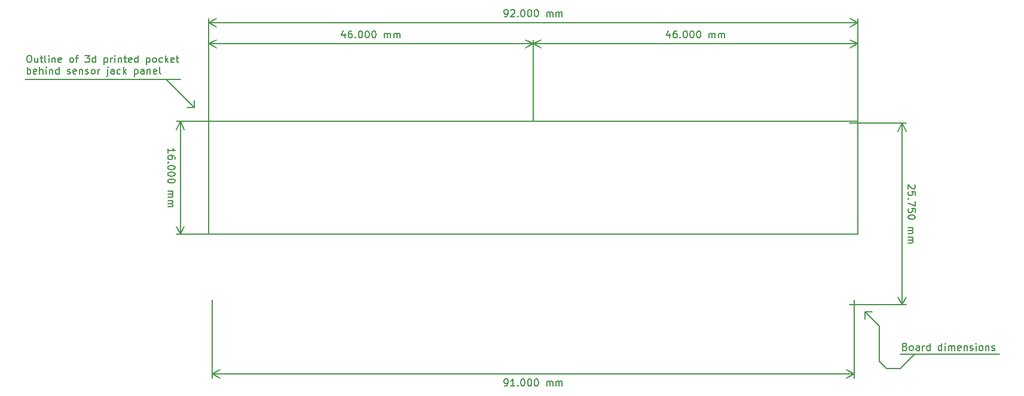
<source format=gbr>
%TF.GenerationSoftware,KiCad,Pcbnew,5.1.9+dfsg1-1*%
%TF.CreationDate,2021-03-30T03:15:21-07:00*%
%TF.ProjectId,hygrometer_connector_board,68796772-6f6d-4657-9465-725f636f6e6e,1.0*%
%TF.SameCoordinates,Original*%
%TF.FileFunction,OtherDrawing,Comment*%
%FSLAX46Y46*%
G04 Gerber Fmt 4.6, Leading zero omitted, Abs format (unit mm)*
G04 Created by KiCad (PCBNEW 5.1.9+dfsg1-1) date 2021-03-30 03:15:21*
%MOMM*%
%LPD*%
G01*
G04 APERTURE LIST*
%ADD10C,0.150000*%
G04 APERTURE END LIST*
D10*
X193000000Y-127000000D02*
X194000000Y-127000000D01*
X193000000Y-127000000D02*
X193000000Y-128000000D01*
X195000000Y-129000000D02*
X193000000Y-127000000D01*
X195000000Y-134000000D02*
X195000000Y-129000000D01*
X196000000Y-135000000D02*
X195000000Y-134000000D01*
X198000000Y-135000000D02*
X196000000Y-135000000D01*
X200000000Y-133000000D02*
X198000000Y-135000000D01*
X198000000Y-133000000D02*
X212000000Y-133000000D01*
X198668928Y-131928571D02*
X198811785Y-131976190D01*
X198859404Y-132023809D01*
X198907023Y-132119047D01*
X198907023Y-132261904D01*
X198859404Y-132357142D01*
X198811785Y-132404761D01*
X198716547Y-132452380D01*
X198335595Y-132452380D01*
X198335595Y-131452380D01*
X198668928Y-131452380D01*
X198764166Y-131500000D01*
X198811785Y-131547619D01*
X198859404Y-131642857D01*
X198859404Y-131738095D01*
X198811785Y-131833333D01*
X198764166Y-131880952D01*
X198668928Y-131928571D01*
X198335595Y-131928571D01*
X199478452Y-132452380D02*
X199383214Y-132404761D01*
X199335595Y-132357142D01*
X199287976Y-132261904D01*
X199287976Y-131976190D01*
X199335595Y-131880952D01*
X199383214Y-131833333D01*
X199478452Y-131785714D01*
X199621309Y-131785714D01*
X199716547Y-131833333D01*
X199764166Y-131880952D01*
X199811785Y-131976190D01*
X199811785Y-132261904D01*
X199764166Y-132357142D01*
X199716547Y-132404761D01*
X199621309Y-132452380D01*
X199478452Y-132452380D01*
X200668928Y-132452380D02*
X200668928Y-131928571D01*
X200621309Y-131833333D01*
X200526071Y-131785714D01*
X200335595Y-131785714D01*
X200240357Y-131833333D01*
X200668928Y-132404761D02*
X200573690Y-132452380D01*
X200335595Y-132452380D01*
X200240357Y-132404761D01*
X200192738Y-132309523D01*
X200192738Y-132214285D01*
X200240357Y-132119047D01*
X200335595Y-132071428D01*
X200573690Y-132071428D01*
X200668928Y-132023809D01*
X201145119Y-132452380D02*
X201145119Y-131785714D01*
X201145119Y-131976190D02*
X201192738Y-131880952D01*
X201240357Y-131833333D01*
X201335595Y-131785714D01*
X201430833Y-131785714D01*
X202192738Y-132452380D02*
X202192738Y-131452380D01*
X202192738Y-132404761D02*
X202097500Y-132452380D01*
X201907023Y-132452380D01*
X201811785Y-132404761D01*
X201764166Y-132357142D01*
X201716547Y-132261904D01*
X201716547Y-131976190D01*
X201764166Y-131880952D01*
X201811785Y-131833333D01*
X201907023Y-131785714D01*
X202097500Y-131785714D01*
X202192738Y-131833333D01*
X203859404Y-132452380D02*
X203859404Y-131452380D01*
X203859404Y-132404761D02*
X203764166Y-132452380D01*
X203573690Y-132452380D01*
X203478452Y-132404761D01*
X203430833Y-132357142D01*
X203383214Y-132261904D01*
X203383214Y-131976190D01*
X203430833Y-131880952D01*
X203478452Y-131833333D01*
X203573690Y-131785714D01*
X203764166Y-131785714D01*
X203859404Y-131833333D01*
X204335595Y-132452380D02*
X204335595Y-131785714D01*
X204335595Y-131452380D02*
X204287976Y-131500000D01*
X204335595Y-131547619D01*
X204383214Y-131500000D01*
X204335595Y-131452380D01*
X204335595Y-131547619D01*
X204811785Y-132452380D02*
X204811785Y-131785714D01*
X204811785Y-131880952D02*
X204859404Y-131833333D01*
X204954642Y-131785714D01*
X205097500Y-131785714D01*
X205192738Y-131833333D01*
X205240357Y-131928571D01*
X205240357Y-132452380D01*
X205240357Y-131928571D02*
X205287976Y-131833333D01*
X205383214Y-131785714D01*
X205526071Y-131785714D01*
X205621309Y-131833333D01*
X205668928Y-131928571D01*
X205668928Y-132452380D01*
X206526071Y-132404761D02*
X206430833Y-132452380D01*
X206240357Y-132452380D01*
X206145119Y-132404761D01*
X206097500Y-132309523D01*
X206097500Y-131928571D01*
X206145119Y-131833333D01*
X206240357Y-131785714D01*
X206430833Y-131785714D01*
X206526071Y-131833333D01*
X206573690Y-131928571D01*
X206573690Y-132023809D01*
X206097500Y-132119047D01*
X207002261Y-131785714D02*
X207002261Y-132452380D01*
X207002261Y-131880952D02*
X207049880Y-131833333D01*
X207145119Y-131785714D01*
X207287976Y-131785714D01*
X207383214Y-131833333D01*
X207430833Y-131928571D01*
X207430833Y-132452380D01*
X207859404Y-132404761D02*
X207954642Y-132452380D01*
X208145119Y-132452380D01*
X208240357Y-132404761D01*
X208287976Y-132309523D01*
X208287976Y-132261904D01*
X208240357Y-132166666D01*
X208145119Y-132119047D01*
X208002261Y-132119047D01*
X207907023Y-132071428D01*
X207859404Y-131976190D01*
X207859404Y-131928571D01*
X207907023Y-131833333D01*
X208002261Y-131785714D01*
X208145119Y-131785714D01*
X208240357Y-131833333D01*
X208716547Y-132452380D02*
X208716547Y-131785714D01*
X208716547Y-131452380D02*
X208668928Y-131500000D01*
X208716547Y-131547619D01*
X208764166Y-131500000D01*
X208716547Y-131452380D01*
X208716547Y-131547619D01*
X209335595Y-132452380D02*
X209240357Y-132404761D01*
X209192738Y-132357142D01*
X209145119Y-132261904D01*
X209145119Y-131976190D01*
X209192738Y-131880952D01*
X209240357Y-131833333D01*
X209335595Y-131785714D01*
X209478452Y-131785714D01*
X209573690Y-131833333D01*
X209621309Y-131880952D01*
X209668928Y-131976190D01*
X209668928Y-132261904D01*
X209621309Y-132357142D01*
X209573690Y-132404761D01*
X209478452Y-132452380D01*
X209335595Y-132452380D01*
X210097500Y-131785714D02*
X210097500Y-132452380D01*
X210097500Y-131880952D02*
X210145119Y-131833333D01*
X210240357Y-131785714D01*
X210383214Y-131785714D01*
X210478452Y-131833333D01*
X210526071Y-131928571D01*
X210526071Y-132452380D01*
X210954642Y-132404761D02*
X211049880Y-132452380D01*
X211240357Y-132452380D01*
X211335595Y-132404761D01*
X211383214Y-132309523D01*
X211383214Y-132261904D01*
X211335595Y-132166666D01*
X211240357Y-132119047D01*
X211097500Y-132119047D01*
X211002261Y-132071428D01*
X210954642Y-131976190D01*
X210954642Y-131928571D01*
X211002261Y-131833333D01*
X211097500Y-131785714D01*
X211240357Y-131785714D01*
X211335595Y-131833333D01*
X200002380Y-108982142D02*
X200050000Y-109029761D01*
X200097619Y-109125000D01*
X200097619Y-109363095D01*
X200050000Y-109458333D01*
X200002380Y-109505952D01*
X199907142Y-109553571D01*
X199811904Y-109553571D01*
X199669047Y-109505952D01*
X199097619Y-108934523D01*
X199097619Y-109553571D01*
X200097619Y-110458333D02*
X200097619Y-109982142D01*
X199621428Y-109934523D01*
X199669047Y-109982142D01*
X199716666Y-110077380D01*
X199716666Y-110315476D01*
X199669047Y-110410714D01*
X199621428Y-110458333D01*
X199526190Y-110505952D01*
X199288095Y-110505952D01*
X199192857Y-110458333D01*
X199145238Y-110410714D01*
X199097619Y-110315476D01*
X199097619Y-110077380D01*
X199145238Y-109982142D01*
X199192857Y-109934523D01*
X199192857Y-110934523D02*
X199145238Y-110982142D01*
X199097619Y-110934523D01*
X199145238Y-110886904D01*
X199192857Y-110934523D01*
X199097619Y-110934523D01*
X200097619Y-111315476D02*
X200097619Y-111982142D01*
X199097619Y-111553571D01*
X200097619Y-112839285D02*
X200097619Y-112363095D01*
X199621428Y-112315476D01*
X199669047Y-112363095D01*
X199716666Y-112458333D01*
X199716666Y-112696428D01*
X199669047Y-112791666D01*
X199621428Y-112839285D01*
X199526190Y-112886904D01*
X199288095Y-112886904D01*
X199192857Y-112839285D01*
X199145238Y-112791666D01*
X199097619Y-112696428D01*
X199097619Y-112458333D01*
X199145238Y-112363095D01*
X199192857Y-112315476D01*
X200097619Y-113505952D02*
X200097619Y-113601190D01*
X200050000Y-113696428D01*
X200002380Y-113744047D01*
X199907142Y-113791666D01*
X199716666Y-113839285D01*
X199478571Y-113839285D01*
X199288095Y-113791666D01*
X199192857Y-113744047D01*
X199145238Y-113696428D01*
X199097619Y-113601190D01*
X199097619Y-113505952D01*
X199145238Y-113410714D01*
X199192857Y-113363095D01*
X199288095Y-113315476D01*
X199478571Y-113267857D01*
X199716666Y-113267857D01*
X199907142Y-113315476D01*
X200002380Y-113363095D01*
X200050000Y-113410714D01*
X200097619Y-113505952D01*
X199097619Y-115029761D02*
X199764285Y-115029761D01*
X199669047Y-115029761D02*
X199716666Y-115077380D01*
X199764285Y-115172619D01*
X199764285Y-115315476D01*
X199716666Y-115410714D01*
X199621428Y-115458333D01*
X199097619Y-115458333D01*
X199621428Y-115458333D02*
X199716666Y-115505952D01*
X199764285Y-115601190D01*
X199764285Y-115744047D01*
X199716666Y-115839285D01*
X199621428Y-115886904D01*
X199097619Y-115886904D01*
X199097619Y-116363095D02*
X199764285Y-116363095D01*
X199669047Y-116363095D02*
X199716666Y-116410714D01*
X199764285Y-116505952D01*
X199764285Y-116648809D01*
X199716666Y-116744047D01*
X199621428Y-116791666D01*
X199097619Y-116791666D01*
X199621428Y-116791666D02*
X199716666Y-116839285D01*
X199764285Y-116934523D01*
X199764285Y-117077380D01*
X199716666Y-117172619D01*
X199621428Y-117220238D01*
X199097619Y-117220238D01*
X198250000Y-100250000D02*
X198250000Y-126000000D01*
X190750000Y-100250000D02*
X198836421Y-100250000D01*
X190750000Y-126000000D02*
X198836421Y-126000000D01*
X198250000Y-126000000D02*
X197663579Y-124873496D01*
X198250000Y-126000000D02*
X198836421Y-124873496D01*
X198250000Y-100250000D02*
X197663579Y-101376504D01*
X198250000Y-100250000D02*
X198836421Y-101376504D01*
X141952380Y-137502380D02*
X142142857Y-137502380D01*
X142238095Y-137454761D01*
X142285714Y-137407142D01*
X142380952Y-137264285D01*
X142428571Y-137073809D01*
X142428571Y-136692857D01*
X142380952Y-136597619D01*
X142333333Y-136550000D01*
X142238095Y-136502380D01*
X142047619Y-136502380D01*
X141952380Y-136550000D01*
X141904761Y-136597619D01*
X141857142Y-136692857D01*
X141857142Y-136930952D01*
X141904761Y-137026190D01*
X141952380Y-137073809D01*
X142047619Y-137121428D01*
X142238095Y-137121428D01*
X142333333Y-137073809D01*
X142380952Y-137026190D01*
X142428571Y-136930952D01*
X143380952Y-137502380D02*
X142809523Y-137502380D01*
X143095238Y-137502380D02*
X143095238Y-136502380D01*
X143000000Y-136645238D01*
X142904761Y-136740476D01*
X142809523Y-136788095D01*
X143809523Y-137407142D02*
X143857142Y-137454761D01*
X143809523Y-137502380D01*
X143761904Y-137454761D01*
X143809523Y-137407142D01*
X143809523Y-137502380D01*
X144476190Y-136502380D02*
X144571428Y-136502380D01*
X144666666Y-136550000D01*
X144714285Y-136597619D01*
X144761904Y-136692857D01*
X144809523Y-136883333D01*
X144809523Y-137121428D01*
X144761904Y-137311904D01*
X144714285Y-137407142D01*
X144666666Y-137454761D01*
X144571428Y-137502380D01*
X144476190Y-137502380D01*
X144380952Y-137454761D01*
X144333333Y-137407142D01*
X144285714Y-137311904D01*
X144238095Y-137121428D01*
X144238095Y-136883333D01*
X144285714Y-136692857D01*
X144333333Y-136597619D01*
X144380952Y-136550000D01*
X144476190Y-136502380D01*
X145428571Y-136502380D02*
X145523809Y-136502380D01*
X145619047Y-136550000D01*
X145666666Y-136597619D01*
X145714285Y-136692857D01*
X145761904Y-136883333D01*
X145761904Y-137121428D01*
X145714285Y-137311904D01*
X145666666Y-137407142D01*
X145619047Y-137454761D01*
X145523809Y-137502380D01*
X145428571Y-137502380D01*
X145333333Y-137454761D01*
X145285714Y-137407142D01*
X145238095Y-137311904D01*
X145190476Y-137121428D01*
X145190476Y-136883333D01*
X145238095Y-136692857D01*
X145285714Y-136597619D01*
X145333333Y-136550000D01*
X145428571Y-136502380D01*
X146380952Y-136502380D02*
X146476190Y-136502380D01*
X146571428Y-136550000D01*
X146619047Y-136597619D01*
X146666666Y-136692857D01*
X146714285Y-136883333D01*
X146714285Y-137121428D01*
X146666666Y-137311904D01*
X146619047Y-137407142D01*
X146571428Y-137454761D01*
X146476190Y-137502380D01*
X146380952Y-137502380D01*
X146285714Y-137454761D01*
X146238095Y-137407142D01*
X146190476Y-137311904D01*
X146142857Y-137121428D01*
X146142857Y-136883333D01*
X146190476Y-136692857D01*
X146238095Y-136597619D01*
X146285714Y-136550000D01*
X146380952Y-136502380D01*
X147904761Y-137502380D02*
X147904761Y-136835714D01*
X147904761Y-136930952D02*
X147952380Y-136883333D01*
X148047619Y-136835714D01*
X148190476Y-136835714D01*
X148285714Y-136883333D01*
X148333333Y-136978571D01*
X148333333Y-137502380D01*
X148333333Y-136978571D02*
X148380952Y-136883333D01*
X148476190Y-136835714D01*
X148619047Y-136835714D01*
X148714285Y-136883333D01*
X148761904Y-136978571D01*
X148761904Y-137502380D01*
X149238095Y-137502380D02*
X149238095Y-136835714D01*
X149238095Y-136930952D02*
X149285714Y-136883333D01*
X149380952Y-136835714D01*
X149523809Y-136835714D01*
X149619047Y-136883333D01*
X149666666Y-136978571D01*
X149666666Y-137502380D01*
X149666666Y-136978571D02*
X149714285Y-136883333D01*
X149809523Y-136835714D01*
X149952380Y-136835714D01*
X150047619Y-136883333D01*
X150095238Y-136978571D01*
X150095238Y-137502380D01*
X100500000Y-135750000D02*
X191500000Y-135750000D01*
X100500000Y-125250000D02*
X100500000Y-136336421D01*
X191500000Y-125250000D02*
X191500000Y-136336421D01*
X191500000Y-135750000D02*
X190373496Y-136336421D01*
X191500000Y-135750000D02*
X190373496Y-135163579D01*
X100500000Y-135750000D02*
X101626504Y-136336421D01*
X100500000Y-135750000D02*
X101626504Y-135163579D01*
X98000000Y-98000000D02*
X97000000Y-98000000D01*
X98000000Y-97000000D02*
X98000000Y-98000000D01*
X98000000Y-98000000D02*
X98000000Y-97000000D01*
X94000000Y-94000000D02*
X98000000Y-98000000D01*
X74000000Y-94000000D02*
X96000000Y-94000000D01*
X74526071Y-90627380D02*
X74716547Y-90627380D01*
X74811785Y-90675000D01*
X74907023Y-90770238D01*
X74954642Y-90960714D01*
X74954642Y-91294047D01*
X74907023Y-91484523D01*
X74811785Y-91579761D01*
X74716547Y-91627380D01*
X74526071Y-91627380D01*
X74430833Y-91579761D01*
X74335595Y-91484523D01*
X74287976Y-91294047D01*
X74287976Y-90960714D01*
X74335595Y-90770238D01*
X74430833Y-90675000D01*
X74526071Y-90627380D01*
X75811785Y-90960714D02*
X75811785Y-91627380D01*
X75383214Y-90960714D02*
X75383214Y-91484523D01*
X75430833Y-91579761D01*
X75526071Y-91627380D01*
X75668928Y-91627380D01*
X75764166Y-91579761D01*
X75811785Y-91532142D01*
X76145119Y-90960714D02*
X76526071Y-90960714D01*
X76287976Y-90627380D02*
X76287976Y-91484523D01*
X76335595Y-91579761D01*
X76430833Y-91627380D01*
X76526071Y-91627380D01*
X77002261Y-91627380D02*
X76907023Y-91579761D01*
X76859404Y-91484523D01*
X76859404Y-90627380D01*
X77383214Y-91627380D02*
X77383214Y-90960714D01*
X77383214Y-90627380D02*
X77335595Y-90675000D01*
X77383214Y-90722619D01*
X77430833Y-90675000D01*
X77383214Y-90627380D01*
X77383214Y-90722619D01*
X77859404Y-90960714D02*
X77859404Y-91627380D01*
X77859404Y-91055952D02*
X77907023Y-91008333D01*
X78002261Y-90960714D01*
X78145119Y-90960714D01*
X78240357Y-91008333D01*
X78287976Y-91103571D01*
X78287976Y-91627380D01*
X79145119Y-91579761D02*
X79049880Y-91627380D01*
X78859404Y-91627380D01*
X78764166Y-91579761D01*
X78716547Y-91484523D01*
X78716547Y-91103571D01*
X78764166Y-91008333D01*
X78859404Y-90960714D01*
X79049880Y-90960714D01*
X79145119Y-91008333D01*
X79192738Y-91103571D01*
X79192738Y-91198809D01*
X78716547Y-91294047D01*
X80526071Y-91627380D02*
X80430833Y-91579761D01*
X80383214Y-91532142D01*
X80335595Y-91436904D01*
X80335595Y-91151190D01*
X80383214Y-91055952D01*
X80430833Y-91008333D01*
X80526071Y-90960714D01*
X80668928Y-90960714D01*
X80764166Y-91008333D01*
X80811785Y-91055952D01*
X80859404Y-91151190D01*
X80859404Y-91436904D01*
X80811785Y-91532142D01*
X80764166Y-91579761D01*
X80668928Y-91627380D01*
X80526071Y-91627380D01*
X81145119Y-90960714D02*
X81526071Y-90960714D01*
X81287976Y-91627380D02*
X81287976Y-90770238D01*
X81335595Y-90675000D01*
X81430833Y-90627380D01*
X81526071Y-90627380D01*
X82526071Y-90627380D02*
X83145119Y-90627380D01*
X82811785Y-91008333D01*
X82954642Y-91008333D01*
X83049880Y-91055952D01*
X83097500Y-91103571D01*
X83145119Y-91198809D01*
X83145119Y-91436904D01*
X83097500Y-91532142D01*
X83049880Y-91579761D01*
X82954642Y-91627380D01*
X82668928Y-91627380D01*
X82573690Y-91579761D01*
X82526071Y-91532142D01*
X84002261Y-91627380D02*
X84002261Y-90627380D01*
X84002261Y-91579761D02*
X83907023Y-91627380D01*
X83716547Y-91627380D01*
X83621309Y-91579761D01*
X83573690Y-91532142D01*
X83526071Y-91436904D01*
X83526071Y-91151190D01*
X83573690Y-91055952D01*
X83621309Y-91008333D01*
X83716547Y-90960714D01*
X83907023Y-90960714D01*
X84002261Y-91008333D01*
X85240357Y-90960714D02*
X85240357Y-91960714D01*
X85240357Y-91008333D02*
X85335595Y-90960714D01*
X85526071Y-90960714D01*
X85621309Y-91008333D01*
X85668928Y-91055952D01*
X85716547Y-91151190D01*
X85716547Y-91436904D01*
X85668928Y-91532142D01*
X85621309Y-91579761D01*
X85526071Y-91627380D01*
X85335595Y-91627380D01*
X85240357Y-91579761D01*
X86145119Y-91627380D02*
X86145119Y-90960714D01*
X86145119Y-91151190D02*
X86192738Y-91055952D01*
X86240357Y-91008333D01*
X86335595Y-90960714D01*
X86430833Y-90960714D01*
X86764166Y-91627380D02*
X86764166Y-90960714D01*
X86764166Y-90627380D02*
X86716547Y-90675000D01*
X86764166Y-90722619D01*
X86811785Y-90675000D01*
X86764166Y-90627380D01*
X86764166Y-90722619D01*
X87240357Y-90960714D02*
X87240357Y-91627380D01*
X87240357Y-91055952D02*
X87287976Y-91008333D01*
X87383214Y-90960714D01*
X87526071Y-90960714D01*
X87621309Y-91008333D01*
X87668928Y-91103571D01*
X87668928Y-91627380D01*
X88002261Y-90960714D02*
X88383214Y-90960714D01*
X88145119Y-90627380D02*
X88145119Y-91484523D01*
X88192738Y-91579761D01*
X88287976Y-91627380D01*
X88383214Y-91627380D01*
X89097500Y-91579761D02*
X89002261Y-91627380D01*
X88811785Y-91627380D01*
X88716547Y-91579761D01*
X88668928Y-91484523D01*
X88668928Y-91103571D01*
X88716547Y-91008333D01*
X88811785Y-90960714D01*
X89002261Y-90960714D01*
X89097500Y-91008333D01*
X89145119Y-91103571D01*
X89145119Y-91198809D01*
X88668928Y-91294047D01*
X90002261Y-91627380D02*
X90002261Y-90627380D01*
X90002261Y-91579761D02*
X89907023Y-91627380D01*
X89716547Y-91627380D01*
X89621309Y-91579761D01*
X89573690Y-91532142D01*
X89526071Y-91436904D01*
X89526071Y-91151190D01*
X89573690Y-91055952D01*
X89621309Y-91008333D01*
X89716547Y-90960714D01*
X89907023Y-90960714D01*
X90002261Y-91008333D01*
X91240357Y-90960714D02*
X91240357Y-91960714D01*
X91240357Y-91008333D02*
X91335595Y-90960714D01*
X91526071Y-90960714D01*
X91621309Y-91008333D01*
X91668928Y-91055952D01*
X91716547Y-91151190D01*
X91716547Y-91436904D01*
X91668928Y-91532142D01*
X91621309Y-91579761D01*
X91526071Y-91627380D01*
X91335595Y-91627380D01*
X91240357Y-91579761D01*
X92287976Y-91627380D02*
X92192738Y-91579761D01*
X92145119Y-91532142D01*
X92097500Y-91436904D01*
X92097500Y-91151190D01*
X92145119Y-91055952D01*
X92192738Y-91008333D01*
X92287976Y-90960714D01*
X92430833Y-90960714D01*
X92526071Y-91008333D01*
X92573690Y-91055952D01*
X92621309Y-91151190D01*
X92621309Y-91436904D01*
X92573690Y-91532142D01*
X92526071Y-91579761D01*
X92430833Y-91627380D01*
X92287976Y-91627380D01*
X93478452Y-91579761D02*
X93383214Y-91627380D01*
X93192738Y-91627380D01*
X93097500Y-91579761D01*
X93049880Y-91532142D01*
X93002261Y-91436904D01*
X93002261Y-91151190D01*
X93049880Y-91055952D01*
X93097500Y-91008333D01*
X93192738Y-90960714D01*
X93383214Y-90960714D01*
X93478452Y-91008333D01*
X93907023Y-91627380D02*
X93907023Y-90627380D01*
X94002261Y-91246428D02*
X94287976Y-91627380D01*
X94287976Y-90960714D02*
X93907023Y-91341666D01*
X95097500Y-91579761D02*
X95002261Y-91627380D01*
X94811785Y-91627380D01*
X94716547Y-91579761D01*
X94668928Y-91484523D01*
X94668928Y-91103571D01*
X94716547Y-91008333D01*
X94811785Y-90960714D01*
X95002261Y-90960714D01*
X95097500Y-91008333D01*
X95145119Y-91103571D01*
X95145119Y-91198809D01*
X94668928Y-91294047D01*
X95430833Y-90960714D02*
X95811785Y-90960714D01*
X95573690Y-90627380D02*
X95573690Y-91484523D01*
X95621309Y-91579761D01*
X95716547Y-91627380D01*
X95811785Y-91627380D01*
X74335595Y-93277380D02*
X74335595Y-92277380D01*
X74335595Y-92658333D02*
X74430833Y-92610714D01*
X74621309Y-92610714D01*
X74716547Y-92658333D01*
X74764166Y-92705952D01*
X74811785Y-92801190D01*
X74811785Y-93086904D01*
X74764166Y-93182142D01*
X74716547Y-93229761D01*
X74621309Y-93277380D01*
X74430833Y-93277380D01*
X74335595Y-93229761D01*
X75621309Y-93229761D02*
X75526071Y-93277380D01*
X75335595Y-93277380D01*
X75240357Y-93229761D01*
X75192738Y-93134523D01*
X75192738Y-92753571D01*
X75240357Y-92658333D01*
X75335595Y-92610714D01*
X75526071Y-92610714D01*
X75621309Y-92658333D01*
X75668928Y-92753571D01*
X75668928Y-92848809D01*
X75192738Y-92944047D01*
X76097500Y-93277380D02*
X76097500Y-92277380D01*
X76526071Y-93277380D02*
X76526071Y-92753571D01*
X76478452Y-92658333D01*
X76383214Y-92610714D01*
X76240357Y-92610714D01*
X76145119Y-92658333D01*
X76097500Y-92705952D01*
X77002261Y-93277380D02*
X77002261Y-92610714D01*
X77002261Y-92277380D02*
X76954642Y-92325000D01*
X77002261Y-92372619D01*
X77049880Y-92325000D01*
X77002261Y-92277380D01*
X77002261Y-92372619D01*
X77478452Y-92610714D02*
X77478452Y-93277380D01*
X77478452Y-92705952D02*
X77526071Y-92658333D01*
X77621309Y-92610714D01*
X77764166Y-92610714D01*
X77859404Y-92658333D01*
X77907023Y-92753571D01*
X77907023Y-93277380D01*
X78811785Y-93277380D02*
X78811785Y-92277380D01*
X78811785Y-93229761D02*
X78716547Y-93277380D01*
X78526071Y-93277380D01*
X78430833Y-93229761D01*
X78383214Y-93182142D01*
X78335595Y-93086904D01*
X78335595Y-92801190D01*
X78383214Y-92705952D01*
X78430833Y-92658333D01*
X78526071Y-92610714D01*
X78716547Y-92610714D01*
X78811785Y-92658333D01*
X80002261Y-93229761D02*
X80097500Y-93277380D01*
X80287976Y-93277380D01*
X80383214Y-93229761D01*
X80430833Y-93134523D01*
X80430833Y-93086904D01*
X80383214Y-92991666D01*
X80287976Y-92944047D01*
X80145119Y-92944047D01*
X80049880Y-92896428D01*
X80002261Y-92801190D01*
X80002261Y-92753571D01*
X80049880Y-92658333D01*
X80145119Y-92610714D01*
X80287976Y-92610714D01*
X80383214Y-92658333D01*
X81240357Y-93229761D02*
X81145119Y-93277380D01*
X80954642Y-93277380D01*
X80859404Y-93229761D01*
X80811785Y-93134523D01*
X80811785Y-92753571D01*
X80859404Y-92658333D01*
X80954642Y-92610714D01*
X81145119Y-92610714D01*
X81240357Y-92658333D01*
X81287976Y-92753571D01*
X81287976Y-92848809D01*
X80811785Y-92944047D01*
X81716547Y-92610714D02*
X81716547Y-93277380D01*
X81716547Y-92705952D02*
X81764166Y-92658333D01*
X81859404Y-92610714D01*
X82002261Y-92610714D01*
X82097500Y-92658333D01*
X82145119Y-92753571D01*
X82145119Y-93277380D01*
X82573690Y-93229761D02*
X82668928Y-93277380D01*
X82859404Y-93277380D01*
X82954642Y-93229761D01*
X83002261Y-93134523D01*
X83002261Y-93086904D01*
X82954642Y-92991666D01*
X82859404Y-92944047D01*
X82716547Y-92944047D01*
X82621309Y-92896428D01*
X82573690Y-92801190D01*
X82573690Y-92753571D01*
X82621309Y-92658333D01*
X82716547Y-92610714D01*
X82859404Y-92610714D01*
X82954642Y-92658333D01*
X83573690Y-93277380D02*
X83478452Y-93229761D01*
X83430833Y-93182142D01*
X83383214Y-93086904D01*
X83383214Y-92801190D01*
X83430833Y-92705952D01*
X83478452Y-92658333D01*
X83573690Y-92610714D01*
X83716547Y-92610714D01*
X83811785Y-92658333D01*
X83859404Y-92705952D01*
X83907023Y-92801190D01*
X83907023Y-93086904D01*
X83859404Y-93182142D01*
X83811785Y-93229761D01*
X83716547Y-93277380D01*
X83573690Y-93277380D01*
X84335595Y-93277380D02*
X84335595Y-92610714D01*
X84335595Y-92801190D02*
X84383214Y-92705952D01*
X84430833Y-92658333D01*
X84526071Y-92610714D01*
X84621309Y-92610714D01*
X85716547Y-92610714D02*
X85716547Y-93467857D01*
X85668928Y-93563095D01*
X85573690Y-93610714D01*
X85526071Y-93610714D01*
X85716547Y-92277380D02*
X85668928Y-92325000D01*
X85716547Y-92372619D01*
X85764166Y-92325000D01*
X85716547Y-92277380D01*
X85716547Y-92372619D01*
X86621309Y-93277380D02*
X86621309Y-92753571D01*
X86573690Y-92658333D01*
X86478452Y-92610714D01*
X86287976Y-92610714D01*
X86192738Y-92658333D01*
X86621309Y-93229761D02*
X86526071Y-93277380D01*
X86287976Y-93277380D01*
X86192738Y-93229761D01*
X86145119Y-93134523D01*
X86145119Y-93039285D01*
X86192738Y-92944047D01*
X86287976Y-92896428D01*
X86526071Y-92896428D01*
X86621309Y-92848809D01*
X87526071Y-93229761D02*
X87430833Y-93277380D01*
X87240357Y-93277380D01*
X87145119Y-93229761D01*
X87097500Y-93182142D01*
X87049880Y-93086904D01*
X87049880Y-92801190D01*
X87097500Y-92705952D01*
X87145119Y-92658333D01*
X87240357Y-92610714D01*
X87430833Y-92610714D01*
X87526071Y-92658333D01*
X87954642Y-93277380D02*
X87954642Y-92277380D01*
X88049880Y-92896428D02*
X88335595Y-93277380D01*
X88335595Y-92610714D02*
X87954642Y-92991666D01*
X89526071Y-92610714D02*
X89526071Y-93610714D01*
X89526071Y-92658333D02*
X89621309Y-92610714D01*
X89811785Y-92610714D01*
X89907023Y-92658333D01*
X89954642Y-92705952D01*
X90002261Y-92801190D01*
X90002261Y-93086904D01*
X89954642Y-93182142D01*
X89907023Y-93229761D01*
X89811785Y-93277380D01*
X89621309Y-93277380D01*
X89526071Y-93229761D01*
X90859404Y-93277380D02*
X90859404Y-92753571D01*
X90811785Y-92658333D01*
X90716547Y-92610714D01*
X90526071Y-92610714D01*
X90430833Y-92658333D01*
X90859404Y-93229761D02*
X90764166Y-93277380D01*
X90526071Y-93277380D01*
X90430833Y-93229761D01*
X90383214Y-93134523D01*
X90383214Y-93039285D01*
X90430833Y-92944047D01*
X90526071Y-92896428D01*
X90764166Y-92896428D01*
X90859404Y-92848809D01*
X91335595Y-92610714D02*
X91335595Y-93277380D01*
X91335595Y-92705952D02*
X91383214Y-92658333D01*
X91478452Y-92610714D01*
X91621309Y-92610714D01*
X91716547Y-92658333D01*
X91764166Y-92753571D01*
X91764166Y-93277380D01*
X92621309Y-93229761D02*
X92526071Y-93277380D01*
X92335595Y-93277380D01*
X92240357Y-93229761D01*
X92192738Y-93134523D01*
X92192738Y-92753571D01*
X92240357Y-92658333D01*
X92335595Y-92610714D01*
X92526071Y-92610714D01*
X92621309Y-92658333D01*
X92668928Y-92753571D01*
X92668928Y-92848809D01*
X92192738Y-92944047D01*
X93240357Y-93277380D02*
X93145119Y-93229761D01*
X93097500Y-93134523D01*
X93097500Y-92277380D01*
X94247619Y-104428571D02*
X94247619Y-103857142D01*
X94247619Y-104142857D02*
X95247619Y-104142857D01*
X95104761Y-104047619D01*
X95009523Y-103952380D01*
X94961904Y-103857142D01*
X95247619Y-105285714D02*
X95247619Y-105095238D01*
X95200000Y-105000000D01*
X95152380Y-104952380D01*
X95009523Y-104857142D01*
X94819047Y-104809523D01*
X94438095Y-104809523D01*
X94342857Y-104857142D01*
X94295238Y-104904761D01*
X94247619Y-105000000D01*
X94247619Y-105190476D01*
X94295238Y-105285714D01*
X94342857Y-105333333D01*
X94438095Y-105380952D01*
X94676190Y-105380952D01*
X94771428Y-105333333D01*
X94819047Y-105285714D01*
X94866666Y-105190476D01*
X94866666Y-105000000D01*
X94819047Y-104904761D01*
X94771428Y-104857142D01*
X94676190Y-104809523D01*
X94342857Y-105809523D02*
X94295238Y-105857142D01*
X94247619Y-105809523D01*
X94295238Y-105761904D01*
X94342857Y-105809523D01*
X94247619Y-105809523D01*
X95247619Y-106476190D02*
X95247619Y-106571428D01*
X95200000Y-106666666D01*
X95152380Y-106714285D01*
X95057142Y-106761904D01*
X94866666Y-106809523D01*
X94628571Y-106809523D01*
X94438095Y-106761904D01*
X94342857Y-106714285D01*
X94295238Y-106666666D01*
X94247619Y-106571428D01*
X94247619Y-106476190D01*
X94295238Y-106380952D01*
X94342857Y-106333333D01*
X94438095Y-106285714D01*
X94628571Y-106238095D01*
X94866666Y-106238095D01*
X95057142Y-106285714D01*
X95152380Y-106333333D01*
X95200000Y-106380952D01*
X95247619Y-106476190D01*
X95247619Y-107428571D02*
X95247619Y-107523809D01*
X95200000Y-107619047D01*
X95152380Y-107666666D01*
X95057142Y-107714285D01*
X94866666Y-107761904D01*
X94628571Y-107761904D01*
X94438095Y-107714285D01*
X94342857Y-107666666D01*
X94295238Y-107619047D01*
X94247619Y-107523809D01*
X94247619Y-107428571D01*
X94295238Y-107333333D01*
X94342857Y-107285714D01*
X94438095Y-107238095D01*
X94628571Y-107190476D01*
X94866666Y-107190476D01*
X95057142Y-107238095D01*
X95152380Y-107285714D01*
X95200000Y-107333333D01*
X95247619Y-107428571D01*
X95247619Y-108380952D02*
X95247619Y-108476190D01*
X95200000Y-108571428D01*
X95152380Y-108619047D01*
X95057142Y-108666666D01*
X94866666Y-108714285D01*
X94628571Y-108714285D01*
X94438095Y-108666666D01*
X94342857Y-108619047D01*
X94295238Y-108571428D01*
X94247619Y-108476190D01*
X94247619Y-108380952D01*
X94295238Y-108285714D01*
X94342857Y-108238095D01*
X94438095Y-108190476D01*
X94628571Y-108142857D01*
X94866666Y-108142857D01*
X95057142Y-108190476D01*
X95152380Y-108238095D01*
X95200000Y-108285714D01*
X95247619Y-108380952D01*
X94247619Y-109904761D02*
X94914285Y-109904761D01*
X94819047Y-109904761D02*
X94866666Y-109952380D01*
X94914285Y-110047619D01*
X94914285Y-110190476D01*
X94866666Y-110285714D01*
X94771428Y-110333333D01*
X94247619Y-110333333D01*
X94771428Y-110333333D02*
X94866666Y-110380952D01*
X94914285Y-110476190D01*
X94914285Y-110619047D01*
X94866666Y-110714285D01*
X94771428Y-110761904D01*
X94247619Y-110761904D01*
X94247619Y-111238095D02*
X94914285Y-111238095D01*
X94819047Y-111238095D02*
X94866666Y-111285714D01*
X94914285Y-111380952D01*
X94914285Y-111523809D01*
X94866666Y-111619047D01*
X94771428Y-111666666D01*
X94247619Y-111666666D01*
X94771428Y-111666666D02*
X94866666Y-111714285D01*
X94914285Y-111809523D01*
X94914285Y-111952380D01*
X94866666Y-112047619D01*
X94771428Y-112095238D01*
X94247619Y-112095238D01*
X96000000Y-100000000D02*
X96000000Y-116000000D01*
X100000000Y-100000000D02*
X95413579Y-100000000D01*
X100000000Y-116000000D02*
X95413579Y-116000000D01*
X96000000Y-116000000D02*
X95413579Y-114873496D01*
X96000000Y-116000000D02*
X96586421Y-114873496D01*
X96000000Y-100000000D02*
X95413579Y-101126504D01*
X96000000Y-100000000D02*
X96586421Y-101126504D01*
X141952380Y-85152380D02*
X142142857Y-85152380D01*
X142238095Y-85104761D01*
X142285714Y-85057142D01*
X142380952Y-84914285D01*
X142428571Y-84723809D01*
X142428571Y-84342857D01*
X142380952Y-84247619D01*
X142333333Y-84200000D01*
X142238095Y-84152380D01*
X142047619Y-84152380D01*
X141952380Y-84200000D01*
X141904761Y-84247619D01*
X141857142Y-84342857D01*
X141857142Y-84580952D01*
X141904761Y-84676190D01*
X141952380Y-84723809D01*
X142047619Y-84771428D01*
X142238095Y-84771428D01*
X142333333Y-84723809D01*
X142380952Y-84676190D01*
X142428571Y-84580952D01*
X142809523Y-84247619D02*
X142857142Y-84200000D01*
X142952380Y-84152380D01*
X143190476Y-84152380D01*
X143285714Y-84200000D01*
X143333333Y-84247619D01*
X143380952Y-84342857D01*
X143380952Y-84438095D01*
X143333333Y-84580952D01*
X142761904Y-85152380D01*
X143380952Y-85152380D01*
X143809523Y-85057142D02*
X143857142Y-85104761D01*
X143809523Y-85152380D01*
X143761904Y-85104761D01*
X143809523Y-85057142D01*
X143809523Y-85152380D01*
X144476190Y-84152380D02*
X144571428Y-84152380D01*
X144666666Y-84200000D01*
X144714285Y-84247619D01*
X144761904Y-84342857D01*
X144809523Y-84533333D01*
X144809523Y-84771428D01*
X144761904Y-84961904D01*
X144714285Y-85057142D01*
X144666666Y-85104761D01*
X144571428Y-85152380D01*
X144476190Y-85152380D01*
X144380952Y-85104761D01*
X144333333Y-85057142D01*
X144285714Y-84961904D01*
X144238095Y-84771428D01*
X144238095Y-84533333D01*
X144285714Y-84342857D01*
X144333333Y-84247619D01*
X144380952Y-84200000D01*
X144476190Y-84152380D01*
X145428571Y-84152380D02*
X145523809Y-84152380D01*
X145619047Y-84200000D01*
X145666666Y-84247619D01*
X145714285Y-84342857D01*
X145761904Y-84533333D01*
X145761904Y-84771428D01*
X145714285Y-84961904D01*
X145666666Y-85057142D01*
X145619047Y-85104761D01*
X145523809Y-85152380D01*
X145428571Y-85152380D01*
X145333333Y-85104761D01*
X145285714Y-85057142D01*
X145238095Y-84961904D01*
X145190476Y-84771428D01*
X145190476Y-84533333D01*
X145238095Y-84342857D01*
X145285714Y-84247619D01*
X145333333Y-84200000D01*
X145428571Y-84152380D01*
X146380952Y-84152380D02*
X146476190Y-84152380D01*
X146571428Y-84200000D01*
X146619047Y-84247619D01*
X146666666Y-84342857D01*
X146714285Y-84533333D01*
X146714285Y-84771428D01*
X146666666Y-84961904D01*
X146619047Y-85057142D01*
X146571428Y-85104761D01*
X146476190Y-85152380D01*
X146380952Y-85152380D01*
X146285714Y-85104761D01*
X146238095Y-85057142D01*
X146190476Y-84961904D01*
X146142857Y-84771428D01*
X146142857Y-84533333D01*
X146190476Y-84342857D01*
X146238095Y-84247619D01*
X146285714Y-84200000D01*
X146380952Y-84152380D01*
X147904761Y-85152380D02*
X147904761Y-84485714D01*
X147904761Y-84580952D02*
X147952380Y-84533333D01*
X148047619Y-84485714D01*
X148190476Y-84485714D01*
X148285714Y-84533333D01*
X148333333Y-84628571D01*
X148333333Y-85152380D01*
X148333333Y-84628571D02*
X148380952Y-84533333D01*
X148476190Y-84485714D01*
X148619047Y-84485714D01*
X148714285Y-84533333D01*
X148761904Y-84628571D01*
X148761904Y-85152380D01*
X149238095Y-85152380D02*
X149238095Y-84485714D01*
X149238095Y-84580952D02*
X149285714Y-84533333D01*
X149380952Y-84485714D01*
X149523809Y-84485714D01*
X149619047Y-84533333D01*
X149666666Y-84628571D01*
X149666666Y-85152380D01*
X149666666Y-84628571D02*
X149714285Y-84533333D01*
X149809523Y-84485714D01*
X149952380Y-84485714D01*
X150047619Y-84533333D01*
X150095238Y-84628571D01*
X150095238Y-85152380D01*
X100000000Y-86000000D02*
X192000000Y-86000000D01*
X100000000Y-100000000D02*
X100000000Y-85413579D01*
X192000000Y-100000000D02*
X192000000Y-85413579D01*
X192000000Y-86000000D02*
X190873496Y-86586421D01*
X192000000Y-86000000D02*
X190873496Y-85413579D01*
X100000000Y-86000000D02*
X101126504Y-86586421D01*
X100000000Y-86000000D02*
X101126504Y-85413579D01*
X165333333Y-87485714D02*
X165333333Y-88152380D01*
X165095238Y-87104761D02*
X164857142Y-87819047D01*
X165476190Y-87819047D01*
X166285714Y-87152380D02*
X166095238Y-87152380D01*
X166000000Y-87200000D01*
X165952380Y-87247619D01*
X165857142Y-87390476D01*
X165809523Y-87580952D01*
X165809523Y-87961904D01*
X165857142Y-88057142D01*
X165904761Y-88104761D01*
X166000000Y-88152380D01*
X166190476Y-88152380D01*
X166285714Y-88104761D01*
X166333333Y-88057142D01*
X166380952Y-87961904D01*
X166380952Y-87723809D01*
X166333333Y-87628571D01*
X166285714Y-87580952D01*
X166190476Y-87533333D01*
X166000000Y-87533333D01*
X165904761Y-87580952D01*
X165857142Y-87628571D01*
X165809523Y-87723809D01*
X166809523Y-88057142D02*
X166857142Y-88104761D01*
X166809523Y-88152380D01*
X166761904Y-88104761D01*
X166809523Y-88057142D01*
X166809523Y-88152380D01*
X167476190Y-87152380D02*
X167571428Y-87152380D01*
X167666666Y-87200000D01*
X167714285Y-87247619D01*
X167761904Y-87342857D01*
X167809523Y-87533333D01*
X167809523Y-87771428D01*
X167761904Y-87961904D01*
X167714285Y-88057142D01*
X167666666Y-88104761D01*
X167571428Y-88152380D01*
X167476190Y-88152380D01*
X167380952Y-88104761D01*
X167333333Y-88057142D01*
X167285714Y-87961904D01*
X167238095Y-87771428D01*
X167238095Y-87533333D01*
X167285714Y-87342857D01*
X167333333Y-87247619D01*
X167380952Y-87200000D01*
X167476190Y-87152380D01*
X168428571Y-87152380D02*
X168523809Y-87152380D01*
X168619047Y-87200000D01*
X168666666Y-87247619D01*
X168714285Y-87342857D01*
X168761904Y-87533333D01*
X168761904Y-87771428D01*
X168714285Y-87961904D01*
X168666666Y-88057142D01*
X168619047Y-88104761D01*
X168523809Y-88152380D01*
X168428571Y-88152380D01*
X168333333Y-88104761D01*
X168285714Y-88057142D01*
X168238095Y-87961904D01*
X168190476Y-87771428D01*
X168190476Y-87533333D01*
X168238095Y-87342857D01*
X168285714Y-87247619D01*
X168333333Y-87200000D01*
X168428571Y-87152380D01*
X169380952Y-87152380D02*
X169476190Y-87152380D01*
X169571428Y-87200000D01*
X169619047Y-87247619D01*
X169666666Y-87342857D01*
X169714285Y-87533333D01*
X169714285Y-87771428D01*
X169666666Y-87961904D01*
X169619047Y-88057142D01*
X169571428Y-88104761D01*
X169476190Y-88152380D01*
X169380952Y-88152380D01*
X169285714Y-88104761D01*
X169238095Y-88057142D01*
X169190476Y-87961904D01*
X169142857Y-87771428D01*
X169142857Y-87533333D01*
X169190476Y-87342857D01*
X169238095Y-87247619D01*
X169285714Y-87200000D01*
X169380952Y-87152380D01*
X170904761Y-88152380D02*
X170904761Y-87485714D01*
X170904761Y-87580952D02*
X170952380Y-87533333D01*
X171047619Y-87485714D01*
X171190476Y-87485714D01*
X171285714Y-87533333D01*
X171333333Y-87628571D01*
X171333333Y-88152380D01*
X171333333Y-87628571D02*
X171380952Y-87533333D01*
X171476190Y-87485714D01*
X171619047Y-87485714D01*
X171714285Y-87533333D01*
X171761904Y-87628571D01*
X171761904Y-88152380D01*
X172238095Y-88152380D02*
X172238095Y-87485714D01*
X172238095Y-87580952D02*
X172285714Y-87533333D01*
X172380952Y-87485714D01*
X172523809Y-87485714D01*
X172619047Y-87533333D01*
X172666666Y-87628571D01*
X172666666Y-88152380D01*
X172666666Y-87628571D02*
X172714285Y-87533333D01*
X172809523Y-87485714D01*
X172952380Y-87485714D01*
X173047619Y-87533333D01*
X173095238Y-87628571D01*
X173095238Y-88152380D01*
X192000000Y-89000000D02*
X146000000Y-89000000D01*
X192000000Y-100000000D02*
X192000000Y-88413579D01*
X146000000Y-100000000D02*
X146000000Y-88413579D01*
X146000000Y-89000000D02*
X147126504Y-88413579D01*
X146000000Y-89000000D02*
X147126504Y-89586421D01*
X192000000Y-89000000D02*
X190873496Y-88413579D01*
X192000000Y-89000000D02*
X190873496Y-89586421D01*
X119333333Y-87485714D02*
X119333333Y-88152380D01*
X119095238Y-87104761D02*
X118857142Y-87819047D01*
X119476190Y-87819047D01*
X120285714Y-87152380D02*
X120095238Y-87152380D01*
X120000000Y-87200000D01*
X119952380Y-87247619D01*
X119857142Y-87390476D01*
X119809523Y-87580952D01*
X119809523Y-87961904D01*
X119857142Y-88057142D01*
X119904761Y-88104761D01*
X120000000Y-88152380D01*
X120190476Y-88152380D01*
X120285714Y-88104761D01*
X120333333Y-88057142D01*
X120380952Y-87961904D01*
X120380952Y-87723809D01*
X120333333Y-87628571D01*
X120285714Y-87580952D01*
X120190476Y-87533333D01*
X120000000Y-87533333D01*
X119904761Y-87580952D01*
X119857142Y-87628571D01*
X119809523Y-87723809D01*
X120809523Y-88057142D02*
X120857142Y-88104761D01*
X120809523Y-88152380D01*
X120761904Y-88104761D01*
X120809523Y-88057142D01*
X120809523Y-88152380D01*
X121476190Y-87152380D02*
X121571428Y-87152380D01*
X121666666Y-87200000D01*
X121714285Y-87247619D01*
X121761904Y-87342857D01*
X121809523Y-87533333D01*
X121809523Y-87771428D01*
X121761904Y-87961904D01*
X121714285Y-88057142D01*
X121666666Y-88104761D01*
X121571428Y-88152380D01*
X121476190Y-88152380D01*
X121380952Y-88104761D01*
X121333333Y-88057142D01*
X121285714Y-87961904D01*
X121238095Y-87771428D01*
X121238095Y-87533333D01*
X121285714Y-87342857D01*
X121333333Y-87247619D01*
X121380952Y-87200000D01*
X121476190Y-87152380D01*
X122428571Y-87152380D02*
X122523809Y-87152380D01*
X122619047Y-87200000D01*
X122666666Y-87247619D01*
X122714285Y-87342857D01*
X122761904Y-87533333D01*
X122761904Y-87771428D01*
X122714285Y-87961904D01*
X122666666Y-88057142D01*
X122619047Y-88104761D01*
X122523809Y-88152380D01*
X122428571Y-88152380D01*
X122333333Y-88104761D01*
X122285714Y-88057142D01*
X122238095Y-87961904D01*
X122190476Y-87771428D01*
X122190476Y-87533333D01*
X122238095Y-87342857D01*
X122285714Y-87247619D01*
X122333333Y-87200000D01*
X122428571Y-87152380D01*
X123380952Y-87152380D02*
X123476190Y-87152380D01*
X123571428Y-87200000D01*
X123619047Y-87247619D01*
X123666666Y-87342857D01*
X123714285Y-87533333D01*
X123714285Y-87771428D01*
X123666666Y-87961904D01*
X123619047Y-88057142D01*
X123571428Y-88104761D01*
X123476190Y-88152380D01*
X123380952Y-88152380D01*
X123285714Y-88104761D01*
X123238095Y-88057142D01*
X123190476Y-87961904D01*
X123142857Y-87771428D01*
X123142857Y-87533333D01*
X123190476Y-87342857D01*
X123238095Y-87247619D01*
X123285714Y-87200000D01*
X123380952Y-87152380D01*
X124904761Y-88152380D02*
X124904761Y-87485714D01*
X124904761Y-87580952D02*
X124952380Y-87533333D01*
X125047619Y-87485714D01*
X125190476Y-87485714D01*
X125285714Y-87533333D01*
X125333333Y-87628571D01*
X125333333Y-88152380D01*
X125333333Y-87628571D02*
X125380952Y-87533333D01*
X125476190Y-87485714D01*
X125619047Y-87485714D01*
X125714285Y-87533333D01*
X125761904Y-87628571D01*
X125761904Y-88152380D01*
X126238095Y-88152380D02*
X126238095Y-87485714D01*
X126238095Y-87580952D02*
X126285714Y-87533333D01*
X126380952Y-87485714D01*
X126523809Y-87485714D01*
X126619047Y-87533333D01*
X126666666Y-87628571D01*
X126666666Y-88152380D01*
X126666666Y-87628571D02*
X126714285Y-87533333D01*
X126809523Y-87485714D01*
X126952380Y-87485714D01*
X127047619Y-87533333D01*
X127095238Y-87628571D01*
X127095238Y-88152380D01*
X100000000Y-89000000D02*
X146000000Y-89000000D01*
X100000000Y-100000000D02*
X100000000Y-88413579D01*
X146000000Y-100000000D02*
X146000000Y-88413579D01*
X146000000Y-89000000D02*
X144873496Y-89586421D01*
X146000000Y-89000000D02*
X144873496Y-88413579D01*
X100000000Y-89000000D02*
X101126504Y-89586421D01*
X100000000Y-89000000D02*
X101126504Y-88413579D01*
X100000000Y-100000000D02*
X100000000Y-116000000D01*
X192000000Y-100000000D02*
X192000000Y-116000000D01*
X100000000Y-100000000D02*
X192000000Y-100000000D01*
X100000000Y-116000000D02*
X192000000Y-116000000D01*
M02*

</source>
